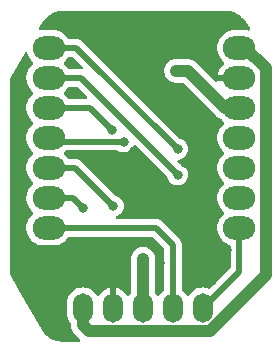
<source format=gbr>
%TF.GenerationSoftware,KiCad,Pcbnew,7.0.9*%
%TF.CreationDate,2024-03-01T15:48:55+09:00*%
%TF.ProjectId,LineIntegratedBoard2,4c696e65-496e-4746-9567-726174656442,rev?*%
%TF.SameCoordinates,Original*%
%TF.FileFunction,Copper,L1,Top*%
%TF.FilePolarity,Positive*%
%FSLAX46Y46*%
G04 Gerber Fmt 4.6, Leading zero omitted, Abs format (unit mm)*
G04 Created by KiCad (PCBNEW 7.0.9) date 2024-03-01 15:48:55*
%MOMM*%
%LPD*%
G01*
G04 APERTURE LIST*
%TA.AperFunction,SMDPad,CuDef*%
%ADD10O,1.700000X2.500000*%
%TD*%
%TA.AperFunction,SMDPad,CuDef*%
%ADD11O,2.748280X1.998980*%
%TD*%
%TA.AperFunction,ViaPad*%
%ADD12C,0.800000*%
%TD*%
%TA.AperFunction,Conductor*%
%ADD13C,1.000000*%
%TD*%
%TA.AperFunction,Conductor*%
%ADD14C,0.500000*%
%TD*%
G04 APERTURE END LIST*
D10*
%TO.P,J4,1,Pin_1*%
%TO.N,+5V*%
X147300000Y-112776000D03*
%TO.P,J4,2,Pin_2*%
%TO.N,GND*%
X149840000Y-112776000D03*
%TO.P,J4,3,Pin_3*%
%TO.N,LED*%
X152380000Y-112776000D03*
%TO.P,J4,4,Pin_4*%
%TO.N,LINE_TX*%
X154920000Y-112776000D03*
%TO.P,J4,5,Pin_5*%
%TO.N,LINE_RX*%
X157460000Y-112776000D03*
%TD*%
D11*
%TO.P,U1,1,PA02_A0_D0*%
%TO.N,D1*%
X144391317Y-90729367D03*
%TO.P,U1,2,PA4_A1_D1*%
%TO.N,D2*%
X144391317Y-93269367D03*
%TO.P,U1,3,PA10_A2_D2*%
%TO.N,D3*%
X144391317Y-95809367D03*
%TO.P,U1,4,PA11_A3_D3*%
%TO.N,D4*%
X144391317Y-98349367D03*
%TO.P,U1,5,PA8_A4_D4_SDA*%
%TO.N,D5*%
X144391317Y-100889367D03*
%TO.P,U1,6,PA9_A5_D5_SCL*%
%TO.N,D6*%
X144391317Y-103429367D03*
%TO.P,U1,7,PB08_A6_D6_TX*%
%TO.N,LINE_TX*%
X144391317Y-105969367D03*
%TO.P,U1,8,PB09_A7_D7_RX*%
%TO.N,LINE_RX*%
X160555877Y-105969367D03*
%TO.P,U1,9,PA7_A8_D8_SCK*%
%TO.N,unconnected-(U1-PA7_A8_D8_SCK-Pad9)*%
X160555877Y-103429367D03*
%TO.P,U1,10,PA5_A9_D9_MISO*%
%TO.N,unconnected-(U1-PA5_A9_D9_MISO-Pad10)*%
X160555877Y-100889367D03*
%TO.P,U1,11,PA6_A10_D10_MOSI*%
%TO.N,unconnected-(U1-PA6_A10_D10_MOSI-Pad11)*%
X160555877Y-98349367D03*
%TO.P,U1,12,3V3*%
%TO.N,+3V3*%
X160555877Y-95809367D03*
%TO.P,U1,13,GND*%
%TO.N,GND*%
X160555877Y-93269367D03*
%TO.P,U1,14,5V*%
%TO.N,+5V*%
X160555877Y-90729367D03*
%TD*%
D12*
%TO.N,+3V3*%
X155194000Y-92710000D03*
X156210000Y-92710000D03*
%TO.N,GND*%
X145669000Y-111125000D03*
X156210000Y-108077000D03*
X157988000Y-103759000D03*
X159512000Y-107823000D03*
X150749000Y-109093000D03*
X147574000Y-108712000D03*
X146177000Y-94488000D03*
X150495000Y-102870000D03*
X145161000Y-114681000D03*
X141986000Y-92964000D03*
X141986000Y-104902000D03*
X151765000Y-91948000D03*
X146177000Y-91948000D03*
X159766000Y-88646000D03*
X152654000Y-94615000D03*
X154305000Y-96647000D03*
X147828000Y-100203000D03*
X152400000Y-89535000D03*
X151638000Y-99441000D03*
X155956000Y-100457000D03*
X153797000Y-108966000D03*
X158242000Y-110490000D03*
X154432000Y-102616000D03*
X154432000Y-104775000D03*
X158242000Y-92456000D03*
X145161000Y-88646000D03*
%TO.N,LED*%
X152400000Y-109601000D03*
X152400000Y-108585000D03*
%TO.N,D1*%
X155321000Y-99314000D03*
%TO.N,D2*%
X155321000Y-101473000D03*
%TO.N,D3*%
X149733000Y-97663000D03*
%TO.N,D4*%
X150749000Y-98679000D03*
%TO.N,D5*%
X149860000Y-104140000D03*
%TO.N,D6*%
X147320000Y-104267000D03*
%TD*%
D13*
%TO.N,+3V3*%
X155194000Y-92710000D02*
X156210000Y-92710000D01*
X156210000Y-92710000D02*
X159309367Y-95809367D01*
X159309367Y-95809367D02*
X160555877Y-95809367D01*
%TO.N,LED*%
X152400000Y-112756000D02*
X152380000Y-112776000D01*
X152400000Y-109601000D02*
X152400000Y-110617000D01*
X152400000Y-108585000D02*
X152400000Y-109601000D01*
X152400000Y-110617000D02*
X152400000Y-112756000D01*
D14*
%TO.N,D1*%
X144391317Y-90729367D02*
X146736367Y-90729367D01*
X146736367Y-90729367D02*
X155321000Y-99314000D01*
%TO.N,D2*%
X147117367Y-93269367D02*
X155321000Y-101473000D01*
X144391317Y-93269367D02*
X147117367Y-93269367D01*
%TO.N,D3*%
X147879367Y-95809367D02*
X149733000Y-97663000D01*
X144391317Y-95809367D02*
X147879367Y-95809367D01*
%TO.N,D4*%
X144720950Y-98679000D02*
X150749000Y-98679000D01*
X144391317Y-98349367D02*
X144720950Y-98679000D01*
%TO.N,D5*%
X144391317Y-100889367D02*
X146609367Y-100889367D01*
X146609367Y-100889367D02*
X149860000Y-104140000D01*
%TO.N,D6*%
X146482367Y-103429367D02*
X147320000Y-104267000D01*
X144391317Y-103429367D02*
X146482367Y-103429367D01*
D13*
%TO.N,+5V*%
X147800000Y-114726000D02*
X158102031Y-114726000D01*
X147300000Y-112776000D02*
X147300000Y-114226000D01*
X162814000Y-92489972D02*
X161053395Y-90729367D01*
X162814000Y-110014031D02*
X162814000Y-92489972D01*
X147300000Y-114226000D02*
X147800000Y-114726000D01*
X158102031Y-114726000D02*
X162814000Y-110014031D01*
X161053395Y-90729367D02*
X160555877Y-90729367D01*
D14*
%TO.N,LINE_TX*%
X144391317Y-105969367D02*
X153467367Y-105969367D01*
X153467367Y-105969367D02*
X154920000Y-107422000D01*
X154920000Y-107422000D02*
X154920000Y-112776000D01*
%TO.N,LINE_RX*%
X160555877Y-105969367D02*
X160555877Y-109700123D01*
X157480000Y-112776000D02*
X157460000Y-112776000D01*
X160555877Y-109700123D02*
X157480000Y-112776000D01*
%TD*%
%TA.AperFunction,Conductor*%
%TO.N,GND*%
G36*
X142547141Y-91129551D02*
G01*
X142587669Y-91186466D01*
X142587770Y-91186759D01*
X142638306Y-91333967D01*
X142638308Y-91333972D01*
X142756621Y-91552595D01*
X142756625Y-91552600D01*
X142909300Y-91748757D01*
X142909309Y-91748767D01*
X143082430Y-91908138D01*
X143118421Y-91968025D01*
X143116320Y-92037863D01*
X143082430Y-92090596D01*
X142909309Y-92249966D01*
X142909300Y-92249976D01*
X142756625Y-92446133D01*
X142756621Y-92446138D01*
X142638308Y-92664761D01*
X142638306Y-92664766D01*
X142557593Y-92899875D01*
X142547214Y-92962075D01*
X142516677Y-93145074D01*
X142516677Y-93393660D01*
X142529925Y-93473050D01*
X142557593Y-93638858D01*
X142638306Y-93873967D01*
X142638308Y-93873972D01*
X142756621Y-94092595D01*
X142756625Y-94092600D01*
X142909300Y-94288757D01*
X142909309Y-94288767D01*
X143082430Y-94448138D01*
X143118421Y-94508025D01*
X143116320Y-94577863D01*
X143082430Y-94630596D01*
X142909309Y-94789966D01*
X142909300Y-94789976D01*
X142756625Y-94986133D01*
X142756621Y-94986138D01*
X142638308Y-95204761D01*
X142638306Y-95204766D01*
X142557593Y-95439875D01*
X142516677Y-95685075D01*
X142516677Y-95933658D01*
X142557593Y-96178858D01*
X142638306Y-96413967D01*
X142638308Y-96413972D01*
X142756621Y-96632595D01*
X142756625Y-96632600D01*
X142909300Y-96828757D01*
X142909304Y-96828761D01*
X142909304Y-96828762D01*
X142909309Y-96828767D01*
X143082430Y-96988138D01*
X143118421Y-97048025D01*
X143116320Y-97117863D01*
X143082430Y-97170596D01*
X142909309Y-97329966D01*
X142909300Y-97329976D01*
X142756625Y-97526133D01*
X142756621Y-97526138D01*
X142638308Y-97744761D01*
X142638306Y-97744766D01*
X142557593Y-97979875D01*
X142516677Y-98225075D01*
X142516677Y-98473658D01*
X142557593Y-98718858D01*
X142638306Y-98953967D01*
X142638308Y-98953972D01*
X142756621Y-99172595D01*
X142756625Y-99172600D01*
X142909300Y-99368757D01*
X142909309Y-99368767D01*
X143082430Y-99528138D01*
X143118421Y-99588025D01*
X143116320Y-99657863D01*
X143082430Y-99710596D01*
X142909309Y-99869966D01*
X142909300Y-99869976D01*
X142756625Y-100066133D01*
X142756621Y-100066138D01*
X142638308Y-100284761D01*
X142638306Y-100284766D01*
X142557593Y-100519875D01*
X142516677Y-100765075D01*
X142516677Y-101013658D01*
X142557593Y-101258858D01*
X142638306Y-101493967D01*
X142638308Y-101493972D01*
X142756621Y-101712595D01*
X142756625Y-101712600D01*
X142909300Y-101908757D01*
X142909309Y-101908767D01*
X143082430Y-102068138D01*
X143118421Y-102128025D01*
X143116320Y-102197863D01*
X143082430Y-102250596D01*
X142909309Y-102409966D01*
X142909300Y-102409976D01*
X142756625Y-102606133D01*
X142756621Y-102606138D01*
X142638308Y-102824761D01*
X142638306Y-102824766D01*
X142557593Y-103059875D01*
X142528971Y-103231402D01*
X142516677Y-103305074D01*
X142516677Y-103553660D01*
X142518872Y-103566811D01*
X142557593Y-103798858D01*
X142638306Y-104033967D01*
X142638308Y-104033972D01*
X142756621Y-104252595D01*
X142756625Y-104252600D01*
X142909300Y-104448757D01*
X142909309Y-104448767D01*
X143082430Y-104608138D01*
X143118421Y-104668025D01*
X143116320Y-104737863D01*
X143082430Y-104790596D01*
X142909309Y-104949966D01*
X142909300Y-104949976D01*
X142756625Y-105146133D01*
X142756621Y-105146138D01*
X142638308Y-105364761D01*
X142638306Y-105364766D01*
X142557593Y-105599875D01*
X142516677Y-105845075D01*
X142516677Y-106093658D01*
X142557593Y-106338858D01*
X142638306Y-106573967D01*
X142638308Y-106573972D01*
X142756621Y-106792595D01*
X142756625Y-106792600D01*
X142909300Y-106988757D01*
X142909309Y-106988767D01*
X143092195Y-107157126D01*
X143092194Y-107157126D01*
X143263742Y-107269203D01*
X143300304Y-107293090D01*
X143527952Y-107392946D01*
X143768931Y-107453970D01*
X143954624Y-107469357D01*
X143954626Y-107469357D01*
X144828008Y-107469357D01*
X144828010Y-107469357D01*
X145013703Y-107453970D01*
X145254682Y-107392946D01*
X145482330Y-107293090D01*
X145690438Y-107157127D01*
X145873328Y-106988764D01*
X146026012Y-106792596D01*
X146026015Y-106792589D01*
X146026018Y-106792586D01*
X146030204Y-106784851D01*
X146079422Y-106735259D01*
X146139259Y-106719867D01*
X153105137Y-106719867D01*
X153172176Y-106739552D01*
X153192818Y-106756186D01*
X154133181Y-107696548D01*
X154166666Y-107757871D01*
X154169500Y-107784229D01*
X154169500Y-111188298D01*
X154149815Y-111255337D01*
X154116625Y-111289872D01*
X154048595Y-111337507D01*
X153881505Y-111504597D01*
X153751575Y-111690158D01*
X153696998Y-111733783D01*
X153627500Y-111740977D01*
X153565145Y-111709454D01*
X153548425Y-111690158D01*
X153422925Y-111510925D01*
X153400598Y-111444719D01*
X153400500Y-111439802D01*
X153400500Y-108534256D01*
X153385074Y-108382560D01*
X153324162Y-108188420D01*
X153324160Y-108188416D01*
X153324159Y-108188412D01*
X153225409Y-108010498D01*
X153225408Y-108010497D01*
X153225407Y-108010495D01*
X153092867Y-107856106D01*
X153092865Y-107856104D01*
X152931962Y-107731554D01*
X152931959Y-107731553D01*
X152931958Y-107731552D01*
X152749271Y-107641940D01*
X152552285Y-107590937D01*
X152552287Y-107590937D01*
X152416804Y-107584066D01*
X152349064Y-107580631D01*
X152349063Y-107580631D01*
X152349061Y-107580631D01*
X152147936Y-107611442D01*
X152147924Y-107611445D01*
X151957118Y-107682111D01*
X151957111Y-107682115D01*
X151784432Y-107789745D01*
X151784427Y-107789749D01*
X151636949Y-107929938D01*
X151636948Y-107929940D01*
X151520705Y-108096949D01*
X151440459Y-108283943D01*
X151399500Y-108483258D01*
X151399500Y-111395241D01*
X151379815Y-111462280D01*
X151363181Y-111482922D01*
X151341508Y-111504594D01*
X151211269Y-111690595D01*
X151156692Y-111734219D01*
X151087193Y-111741412D01*
X151024839Y-111709890D01*
X151008119Y-111690594D01*
X150878113Y-111504926D01*
X150878108Y-111504920D01*
X150711082Y-111337894D01*
X150517578Y-111202399D01*
X150303492Y-111102570D01*
X150303486Y-111102567D01*
X150090000Y-111045364D01*
X150090000Y-112902000D01*
X150070315Y-112969039D01*
X150017511Y-113014794D01*
X149966000Y-113026000D01*
X149714000Y-113026000D01*
X149646961Y-113006315D01*
X149601206Y-112953511D01*
X149590000Y-112902000D01*
X149590000Y-111045364D01*
X149589999Y-111045364D01*
X149376513Y-111102567D01*
X149376507Y-111102570D01*
X149162422Y-111202399D01*
X149162420Y-111202400D01*
X148968926Y-111337886D01*
X148968920Y-111337891D01*
X148801891Y-111504920D01*
X148801890Y-111504922D01*
X148671880Y-111690595D01*
X148617303Y-111734219D01*
X148547804Y-111741412D01*
X148485450Y-111709890D01*
X148468730Y-111690594D01*
X148338494Y-111504597D01*
X148171402Y-111337506D01*
X148171395Y-111337501D01*
X147977834Y-111201967D01*
X147977830Y-111201965D01*
X147878829Y-111155800D01*
X147763663Y-111102097D01*
X147763659Y-111102096D01*
X147763655Y-111102094D01*
X147535413Y-111040938D01*
X147535403Y-111040936D01*
X147300001Y-111020341D01*
X147299999Y-111020341D01*
X147064596Y-111040936D01*
X147064586Y-111040938D01*
X146836344Y-111102094D01*
X146836335Y-111102098D01*
X146622171Y-111201964D01*
X146622169Y-111201965D01*
X146428597Y-111337505D01*
X146261505Y-111504597D01*
X146125965Y-111698169D01*
X146125964Y-111698171D01*
X146026098Y-111912335D01*
X146026094Y-111912344D01*
X145964938Y-112140586D01*
X145964936Y-112140596D01*
X145949500Y-112317034D01*
X145949500Y-113234966D01*
X145964936Y-113411403D01*
X145964938Y-113411413D01*
X146026094Y-113639655D01*
X146026096Y-113639659D01*
X146026097Y-113639663D01*
X146030000Y-113648032D01*
X146125964Y-113853828D01*
X146125965Y-113853830D01*
X146261504Y-114047400D01*
X146263173Y-114049069D01*
X146263675Y-114049989D01*
X146264986Y-114051551D01*
X146264672Y-114051814D01*
X146296664Y-114110389D01*
X146299500Y-114136758D01*
X146299500Y-114213283D01*
X146297243Y-114302362D01*
X146297243Y-114302370D01*
X146308064Y-114362739D01*
X146308718Y-114367404D01*
X146314925Y-114428430D01*
X146314927Y-114428444D01*
X146325208Y-114461213D01*
X146327079Y-114468837D01*
X146333142Y-114502652D01*
X146333142Y-114502655D01*
X146355894Y-114559612D01*
X146357474Y-114564051D01*
X146375841Y-114622588D01*
X146375844Y-114622595D01*
X146392509Y-114652619D01*
X146395879Y-114659714D01*
X146408622Y-114691614D01*
X146408627Y-114691624D01*
X146442377Y-114742833D01*
X146444818Y-114746863D01*
X146474588Y-114800498D01*
X146474589Y-114800499D01*
X146474591Y-114800502D01*
X146496968Y-114826567D01*
X146501693Y-114832835D01*
X146507665Y-114841896D01*
X146520598Y-114861519D01*
X146563978Y-114904899D01*
X146567169Y-114908343D01*
X146607131Y-114954892D01*
X146607134Y-114954895D01*
X146634294Y-114975918D01*
X146640190Y-114981111D01*
X147062897Y-115403819D01*
X147096382Y-115465142D01*
X147091398Y-115534834D01*
X147049526Y-115590767D01*
X146984062Y-115615184D01*
X146975216Y-115615500D01*
X145568283Y-115615500D01*
X145564229Y-115615367D01*
X145555356Y-115614785D01*
X145512277Y-115611960D01*
X145293592Y-115595596D01*
X145286115Y-115594576D01*
X145176553Y-115572781D01*
X145018163Y-115536626D01*
X145012026Y-115534889D01*
X144897744Y-115496093D01*
X144895022Y-115495097D01*
X144753331Y-115439484D01*
X144748559Y-115437376D01*
X144711026Y-115418866D01*
X144637627Y-115382668D01*
X144634061Y-115380762D01*
X144504044Y-115305694D01*
X144500598Y-115303551D01*
X144469709Y-115282911D01*
X144397742Y-115234822D01*
X144393545Y-115231754D01*
X144274519Y-115136831D01*
X144272295Y-115134971D01*
X144181582Y-115055415D01*
X144177022Y-115050981D01*
X144066518Y-114931884D01*
X143992898Y-114847934D01*
X143992829Y-114847855D01*
X143988213Y-114841896D01*
X143923422Y-114746863D01*
X143866637Y-114663573D01*
X143835453Y-114616901D01*
X143833332Y-114613489D01*
X141818043Y-111122906D01*
X141113613Y-109902797D01*
X141097000Y-109840797D01*
X141097000Y-93391201D01*
X141113613Y-93329201D01*
X141175572Y-93221886D01*
X142363102Y-91165021D01*
X142413669Y-91116806D01*
X142482276Y-91103583D01*
X142547141Y-91129551D01*
G37*
%TD.AperFunction*%
%TA.AperFunction,Conductor*%
G36*
X159424681Y-87616633D02*
G01*
X159443144Y-87617842D01*
X159475341Y-87619951D01*
X159695909Y-87636502D01*
X159703342Y-87637517D01*
X159809812Y-87658693D01*
X159971465Y-87695587D01*
X159977567Y-87697314D01*
X160089720Y-87735383D01*
X160092386Y-87736358D01*
X160236383Y-87792870D01*
X160241147Y-87794975D01*
X160350337Y-87848820D01*
X160353870Y-87850707D01*
X160485834Y-87926895D01*
X160489280Y-87929038D01*
X160507336Y-87941102D01*
X160590487Y-87996660D01*
X160594686Y-87999730D01*
X160715609Y-88096161D01*
X160717832Y-88098020D01*
X160806847Y-88176081D01*
X160811416Y-88180524D01*
X160924184Y-88302056D01*
X160985087Y-88371500D01*
X160995734Y-88383641D01*
X161000350Y-88389600D01*
X161126658Y-88574853D01*
X161152902Y-88614132D01*
X161155042Y-88617572D01*
X161284540Y-88841869D01*
X161428370Y-89090991D01*
X161444843Y-89158891D01*
X161421990Y-89224918D01*
X161367069Y-89268109D01*
X161297516Y-89274750D01*
X161290543Y-89273197D01*
X161178259Y-89244763D01*
X161029454Y-89232433D01*
X160992570Y-89229377D01*
X160119184Y-89229377D01*
X160085631Y-89232157D01*
X159933494Y-89244763D01*
X159692511Y-89305788D01*
X159464864Y-89405643D01*
X159256754Y-89541607D01*
X159073869Y-89709966D01*
X159073860Y-89709976D01*
X158921185Y-89906133D01*
X158921181Y-89906138D01*
X158802868Y-90124761D01*
X158802866Y-90124766D01*
X158722153Y-90359875D01*
X158681237Y-90605075D01*
X158681237Y-90853658D01*
X158722153Y-91098858D01*
X158802866Y-91333967D01*
X158802868Y-91333972D01*
X158921181Y-91552595D01*
X158921185Y-91552600D01*
X159073860Y-91748757D01*
X159073869Y-91748767D01*
X159247360Y-91908478D01*
X159283351Y-91968365D01*
X159281250Y-92038203D01*
X159247360Y-92090937D01*
X159074232Y-92250312D01*
X159074229Y-92250316D01*
X158921607Y-92446404D01*
X158921603Y-92446410D01*
X158803328Y-92664962D01*
X158803325Y-92664971D01*
X158722639Y-92899999D01*
X158702721Y-93019367D01*
X160681877Y-93019367D01*
X160748916Y-93039052D01*
X160794671Y-93091856D01*
X160805877Y-93143367D01*
X160805877Y-93395367D01*
X160786192Y-93462406D01*
X160733388Y-93508161D01*
X160681877Y-93519367D01*
X158702721Y-93519367D01*
X158666681Y-93561918D01*
X158608332Y-93600352D01*
X158538467Y-93601139D01*
X158484378Y-93569457D01*
X156926452Y-92011532D01*
X156865061Y-91946949D01*
X156865060Y-91946948D01*
X156865059Y-91946947D01*
X156837204Y-91927559D01*
X156814709Y-91911902D01*
X156810946Y-91909064D01*
X156763413Y-91870305D01*
X156763406Y-91870300D01*
X156732959Y-91854397D01*
X156726251Y-91850334D01*
X156698049Y-91830705D01*
X156698046Y-91830703D01*
X156698045Y-91830703D01*
X156698041Y-91830701D01*
X156641680Y-91806514D01*
X156637424Y-91804493D01*
X156583057Y-91776094D01*
X156583050Y-91776091D01*
X156583049Y-91776091D01*
X156577008Y-91774362D01*
X156550030Y-91766642D01*
X156542630Y-91764008D01*
X156511057Y-91750459D01*
X156511058Y-91750459D01*
X156450966Y-91738109D01*
X156446391Y-91736986D01*
X156387420Y-91720113D01*
X156387425Y-91720113D01*
X156353158Y-91717503D01*
X156345380Y-91716412D01*
X156311742Y-91709500D01*
X156311741Y-91709500D01*
X156250402Y-91709500D01*
X156245695Y-91709321D01*
X156240121Y-91708896D01*
X156184524Y-91704662D01*
X156164589Y-91707201D01*
X156150440Y-91709003D01*
X156142611Y-91709500D01*
X155143257Y-91709500D01*
X154991560Y-91724925D01*
X154797420Y-91785837D01*
X154797405Y-91785844D01*
X154619500Y-91884589D01*
X154619495Y-91884592D01*
X154465106Y-92017132D01*
X154465104Y-92017134D01*
X154340554Y-92178037D01*
X154340553Y-92178040D01*
X154250940Y-92360728D01*
X154199937Y-92557714D01*
X154189631Y-92760936D01*
X154220442Y-92962063D01*
X154220445Y-92962075D01*
X154291111Y-93152881D01*
X154291115Y-93152888D01*
X154398745Y-93325567D01*
X154398747Y-93325569D01*
X154398748Y-93325571D01*
X154538941Y-93473053D01*
X154666617Y-93561918D01*
X154705949Y-93589294D01*
X154705950Y-93589294D01*
X154705951Y-93589295D01*
X154892942Y-93669540D01*
X155092259Y-93710500D01*
X155744217Y-93710500D01*
X155811256Y-93730185D01*
X155831898Y-93746819D01*
X158592914Y-96507834D01*
X158654308Y-96572420D01*
X158654311Y-96572422D01*
X158654314Y-96572425D01*
X158688420Y-96596162D01*
X158704670Y-96607473D01*
X158708411Y-96610293D01*
X158755960Y-96649065D01*
X158786412Y-96664971D01*
X158793125Y-96669039D01*
X158821318Y-96688662D01*
X158877696Y-96712856D01*
X158881945Y-96714874D01*
X158936318Y-96743276D01*
X158956957Y-96749181D01*
X158969340Y-96752725D01*
X158976741Y-96755360D01*
X158987391Y-96759930D01*
X159007447Y-96768537D01*
X159056400Y-96806324D01*
X159073864Y-96828762D01*
X159073869Y-96828767D01*
X159246990Y-96988138D01*
X159282981Y-97048025D01*
X159280880Y-97117863D01*
X159246990Y-97170596D01*
X159073869Y-97329966D01*
X159073860Y-97329976D01*
X158921185Y-97526133D01*
X158921181Y-97526138D01*
X158802868Y-97744761D01*
X158802866Y-97744766D01*
X158722153Y-97979875D01*
X158681237Y-98225075D01*
X158681237Y-98473658D01*
X158722153Y-98718858D01*
X158802866Y-98953967D01*
X158802868Y-98953972D01*
X158921181Y-99172595D01*
X158921185Y-99172600D01*
X159073860Y-99368757D01*
X159073869Y-99368767D01*
X159246990Y-99528138D01*
X159282981Y-99588025D01*
X159280880Y-99657863D01*
X159246990Y-99710596D01*
X159073869Y-99869966D01*
X159073860Y-99869976D01*
X158921185Y-100066133D01*
X158921181Y-100066138D01*
X158802868Y-100284761D01*
X158802866Y-100284766D01*
X158722153Y-100519875D01*
X158681237Y-100765075D01*
X158681237Y-101013658D01*
X158722153Y-101258858D01*
X158802866Y-101493967D01*
X158802868Y-101493972D01*
X158921181Y-101712595D01*
X158921185Y-101712600D01*
X159073860Y-101908757D01*
X159073869Y-101908767D01*
X159246990Y-102068138D01*
X159282981Y-102128025D01*
X159280880Y-102197863D01*
X159246990Y-102250596D01*
X159073869Y-102409966D01*
X159073860Y-102409976D01*
X158921185Y-102606133D01*
X158921181Y-102606138D01*
X158802868Y-102824761D01*
X158802866Y-102824766D01*
X158722153Y-103059875D01*
X158693531Y-103231402D01*
X158681237Y-103305074D01*
X158681237Y-103553660D01*
X158683432Y-103566811D01*
X158722153Y-103798858D01*
X158802866Y-104033967D01*
X158802868Y-104033972D01*
X158921181Y-104252595D01*
X158921185Y-104252600D01*
X159073860Y-104448757D01*
X159073869Y-104448767D01*
X159246990Y-104608138D01*
X159282981Y-104668025D01*
X159280880Y-104737863D01*
X159246990Y-104790596D01*
X159073869Y-104949966D01*
X159073860Y-104949976D01*
X158921185Y-105146133D01*
X158921181Y-105146138D01*
X158802868Y-105364761D01*
X158802866Y-105364766D01*
X158722153Y-105599875D01*
X158681237Y-105845075D01*
X158681237Y-106093658D01*
X158722153Y-106338858D01*
X158802866Y-106573967D01*
X158802868Y-106573972D01*
X158921181Y-106792595D01*
X158921185Y-106792600D01*
X159073860Y-106988757D01*
X159073869Y-106988767D01*
X159256755Y-107157126D01*
X159256754Y-107157126D01*
X159464864Y-107293090D01*
X159692509Y-107392945D01*
X159692510Y-107392945D01*
X159692512Y-107392946D01*
X159711816Y-107397834D01*
X159771970Y-107433371D01*
X159803365Y-107495791D01*
X159805377Y-107518040D01*
X159805377Y-109337892D01*
X159785692Y-109404931D01*
X159769058Y-109425573D01*
X158100225Y-111094405D01*
X158038902Y-111127890D01*
X157969210Y-111122906D01*
X157960146Y-111119109D01*
X157923663Y-111102097D01*
X157923661Y-111102096D01*
X157923658Y-111102095D01*
X157695413Y-111040938D01*
X157695403Y-111040936D01*
X157460001Y-111020341D01*
X157459999Y-111020341D01*
X157224596Y-111040936D01*
X157224586Y-111040938D01*
X156996344Y-111102094D01*
X156996335Y-111102098D01*
X156782171Y-111201964D01*
X156782169Y-111201965D01*
X156588597Y-111337505D01*
X156421505Y-111504597D01*
X156291575Y-111690158D01*
X156236998Y-111733783D01*
X156167500Y-111740977D01*
X156105145Y-111709454D01*
X156088425Y-111690158D01*
X155958494Y-111504597D01*
X155791404Y-111337507D01*
X155723375Y-111289872D01*
X155679751Y-111235294D01*
X155670500Y-111188298D01*
X155670500Y-107485705D01*
X155671809Y-107467735D01*
X155675289Y-107443974D01*
X155670736Y-107391939D01*
X155670500Y-107386532D01*
X155670500Y-107378296D01*
X155670500Y-107378291D01*
X155666691Y-107345705D01*
X155659998Y-107269203D01*
X155659995Y-107269194D01*
X155658538Y-107262135D01*
X155658598Y-107262122D01*
X155656965Y-107254757D01*
X155656906Y-107254772D01*
X155655241Y-107247749D01*
X155655241Y-107247745D01*
X155628971Y-107175568D01*
X155604816Y-107102670D01*
X155601761Y-107096118D01*
X155601815Y-107096092D01*
X155598533Y-107089312D01*
X155598480Y-107089340D01*
X155595238Y-107082886D01*
X155595237Y-107082883D01*
X155553038Y-107018723D01*
X155512712Y-106953344D01*
X155512711Y-106953343D01*
X155512710Y-106953341D01*
X155508234Y-106947681D01*
X155508280Y-106947643D01*
X155503519Y-106941799D01*
X155503474Y-106941838D01*
X155498834Y-106936308D01*
X155442982Y-106883613D01*
X154043096Y-105483728D01*
X154031316Y-105470097D01*
X154023849Y-105460068D01*
X154016979Y-105450839D01*
X154016977Y-105450837D01*
X153976954Y-105417253D01*
X153972979Y-105413611D01*
X153970057Y-105410689D01*
X153967147Y-105407778D01*
X153941407Y-105387426D01*
X153882576Y-105338061D01*
X153876547Y-105334096D01*
X153876579Y-105334047D01*
X153870220Y-105329995D01*
X153870189Y-105330046D01*
X153864047Y-105326258D01*
X153864045Y-105326257D01*
X153864044Y-105326256D01*
X153824841Y-105307975D01*
X153794425Y-105293791D01*
X153760261Y-105276634D01*
X153725800Y-105259327D01*
X153725798Y-105259326D01*
X153725797Y-105259326D01*
X153719012Y-105256856D01*
X153719032Y-105256800D01*
X153711916Y-105254326D01*
X153711898Y-105254382D01*
X153705038Y-105252109D01*
X153677208Y-105246363D01*
X153629801Y-105236574D01*
X153580839Y-105224970D01*
X153555086Y-105218866D01*
X153547914Y-105218028D01*
X153547920Y-105217968D01*
X153540422Y-105217202D01*
X153540417Y-105217262D01*
X153533227Y-105216632D01*
X153456450Y-105218867D01*
X150234163Y-105218867D01*
X150167124Y-105199182D01*
X150121369Y-105146378D01*
X150111425Y-105077220D01*
X150140450Y-105013664D01*
X150183727Y-104981588D01*
X150254749Y-104949966D01*
X150312730Y-104924151D01*
X150465871Y-104812888D01*
X150592533Y-104672216D01*
X150687179Y-104508284D01*
X150745674Y-104328256D01*
X150765460Y-104140000D01*
X150745674Y-103951744D01*
X150687179Y-103771716D01*
X150592533Y-103607784D01*
X150465871Y-103467112D01*
X150465870Y-103467111D01*
X150312734Y-103355851D01*
X150312729Y-103355848D01*
X150139807Y-103278857D01*
X150139803Y-103278856D01*
X150074669Y-103265011D01*
X150013188Y-103231818D01*
X150012770Y-103231402D01*
X147185096Y-100403728D01*
X147173316Y-100390097D01*
X147165849Y-100380068D01*
X147158979Y-100370839D01*
X147158977Y-100370837D01*
X147118954Y-100337253D01*
X147114979Y-100333611D01*
X147112057Y-100330689D01*
X147109147Y-100327778D01*
X147083407Y-100307426D01*
X147024576Y-100258061D01*
X147018547Y-100254096D01*
X147018579Y-100254047D01*
X147012220Y-100249995D01*
X147012189Y-100250046D01*
X147006047Y-100246258D01*
X147006045Y-100246257D01*
X147006044Y-100246256D01*
X146966841Y-100227975D01*
X146936425Y-100213791D01*
X146902261Y-100196634D01*
X146867800Y-100179327D01*
X146867798Y-100179326D01*
X146867797Y-100179326D01*
X146861012Y-100176856D01*
X146861032Y-100176800D01*
X146853916Y-100174326D01*
X146853898Y-100174382D01*
X146847038Y-100172109D01*
X146819208Y-100166363D01*
X146771801Y-100156574D01*
X146722839Y-100144970D01*
X146697086Y-100138866D01*
X146689914Y-100138028D01*
X146689920Y-100137968D01*
X146682422Y-100137202D01*
X146682417Y-100137262D01*
X146675227Y-100136632D01*
X146598450Y-100138867D01*
X146139259Y-100138867D01*
X146072220Y-100119182D01*
X146030204Y-100073883D01*
X146026018Y-100066147D01*
X146026008Y-100066133D01*
X145873333Y-99869976D01*
X145873324Y-99869966D01*
X145700203Y-99710595D01*
X145664212Y-99650708D01*
X145666313Y-99580870D01*
X145700200Y-99528139D01*
X145771754Y-99462269D01*
X145834408Y-99431348D01*
X145855736Y-99429500D01*
X150209663Y-99429500D01*
X150276702Y-99449185D01*
X150282548Y-99453182D01*
X150296265Y-99463148D01*
X150296270Y-99463151D01*
X150469192Y-99540142D01*
X150469197Y-99540144D01*
X150654354Y-99579500D01*
X150654355Y-99579500D01*
X150843644Y-99579500D01*
X150843646Y-99579500D01*
X151028803Y-99540144D01*
X151201730Y-99463151D01*
X151354871Y-99351888D01*
X151481533Y-99211216D01*
X151576179Y-99047284D01*
X151576853Y-99045208D01*
X151577568Y-99044161D01*
X151578825Y-99041341D01*
X151579340Y-99041570D01*
X151616285Y-98987530D01*
X151680641Y-98960326D01*
X151749489Y-98972235D01*
X151782468Y-98995836D01*
X154408228Y-101621596D01*
X154438478Y-101670958D01*
X154493819Y-101841280D01*
X154493821Y-101841284D01*
X154588467Y-102005216D01*
X154677627Y-102104238D01*
X154715129Y-102145888D01*
X154868265Y-102257148D01*
X154868270Y-102257151D01*
X155041192Y-102334142D01*
X155041197Y-102334144D01*
X155226354Y-102373500D01*
X155226355Y-102373500D01*
X155415644Y-102373500D01*
X155415646Y-102373500D01*
X155600803Y-102334144D01*
X155773730Y-102257151D01*
X155926871Y-102145888D01*
X156053533Y-102005216D01*
X156148179Y-101841284D01*
X156206674Y-101661256D01*
X156226460Y-101473000D01*
X156206674Y-101284744D01*
X156148179Y-101104716D01*
X156053533Y-100940784D01*
X155926871Y-100800112D01*
X155878647Y-100765075D01*
X155773734Y-100688851D01*
X155773729Y-100688848D01*
X155600807Y-100611857D01*
X155600803Y-100611856D01*
X155535669Y-100598011D01*
X155474188Y-100564818D01*
X155473770Y-100564402D01*
X155335445Y-100426077D01*
X155301960Y-100364754D01*
X155306944Y-100295062D01*
X155348816Y-100239129D01*
X155410168Y-100215075D01*
X155415639Y-100214500D01*
X155415646Y-100214500D01*
X155600803Y-100175144D01*
X155773730Y-100098151D01*
X155926871Y-99986888D01*
X156053533Y-99846216D01*
X156148179Y-99682284D01*
X156206674Y-99502256D01*
X156226460Y-99314000D01*
X156206674Y-99125744D01*
X156148179Y-98945716D01*
X156053533Y-98781784D01*
X155926871Y-98641112D01*
X155926870Y-98641111D01*
X155773734Y-98529851D01*
X155773729Y-98529848D01*
X155600807Y-98452857D01*
X155600802Y-98452855D01*
X155535669Y-98439011D01*
X155474187Y-98405818D01*
X155473769Y-98405402D01*
X151393131Y-94324764D01*
X147312096Y-90243728D01*
X147300316Y-90230097D01*
X147292849Y-90220068D01*
X147285979Y-90210839D01*
X147285977Y-90210837D01*
X147245954Y-90177253D01*
X147241979Y-90173611D01*
X147238368Y-90170000D01*
X147236147Y-90167778D01*
X147210407Y-90147426D01*
X147151576Y-90098061D01*
X147145547Y-90094096D01*
X147145579Y-90094047D01*
X147139220Y-90089995D01*
X147139189Y-90090046D01*
X147133047Y-90086258D01*
X147133045Y-90086257D01*
X147133044Y-90086256D01*
X147093841Y-90067975D01*
X147063425Y-90053791D01*
X147029261Y-90036634D01*
X146994800Y-90019327D01*
X146994798Y-90019326D01*
X146994797Y-90019326D01*
X146988012Y-90016856D01*
X146988032Y-90016800D01*
X146980916Y-90014326D01*
X146980898Y-90014382D01*
X146974038Y-90012109D01*
X146946208Y-90006363D01*
X146898801Y-89996574D01*
X146849839Y-89984970D01*
X146824086Y-89978866D01*
X146816914Y-89978028D01*
X146816920Y-89977968D01*
X146809422Y-89977202D01*
X146809417Y-89977262D01*
X146802227Y-89976632D01*
X146725450Y-89978867D01*
X146139259Y-89978867D01*
X146072220Y-89959182D01*
X146030204Y-89913883D01*
X146026018Y-89906147D01*
X146026008Y-89906133D01*
X145873333Y-89709976D01*
X145873324Y-89709966D01*
X145690438Y-89541607D01*
X145690439Y-89541607D01*
X145482329Y-89405643D01*
X145254682Y-89305788D01*
X145013699Y-89244763D01*
X144864894Y-89232433D01*
X144828010Y-89229377D01*
X143954624Y-89229377D01*
X143926206Y-89231731D01*
X143768932Y-89244763D01*
X143705515Y-89260822D01*
X143635694Y-89258196D01*
X143578377Y-89218239D01*
X143551762Y-89153638D01*
X143564297Y-89084902D01*
X143567681Y-89078630D01*
X143833637Y-88617981D01*
X143835754Y-88614576D01*
X143863832Y-88572555D01*
X143871557Y-88561226D01*
X143988611Y-88389583D01*
X143993203Y-88383657D01*
X144064632Y-88302205D01*
X144064772Y-88302056D01*
X144177586Y-88180467D01*
X144182089Y-88176087D01*
X144271062Y-88098057D01*
X144273170Y-88096294D01*
X144394315Y-87999681D01*
X144398495Y-87996627D01*
X144499606Y-87929064D01*
X144502993Y-87926958D01*
X144635158Y-87850650D01*
X144638655Y-87848781D01*
X144747727Y-87794990D01*
X144752471Y-87792894D01*
X144896675Y-87736295D01*
X144899307Y-87735333D01*
X145011317Y-87697309D01*
X145017395Y-87695588D01*
X145169081Y-87660964D01*
X145179295Y-87658633D01*
X145189262Y-87656649D01*
X145285522Y-87637500D01*
X145292945Y-87636488D01*
X145517232Y-87619674D01*
X145563618Y-87616632D01*
X145567671Y-87616500D01*
X159420627Y-87616500D01*
X159424681Y-87616633D01*
G37*
%TD.AperFunction*%
%TA.AperFunction,Conductor*%
G36*
X146822176Y-94039552D02*
G01*
X146842818Y-94056186D01*
X147633818Y-94847186D01*
X147667303Y-94908509D01*
X147662319Y-94978201D01*
X147620447Y-95034134D01*
X147554983Y-95058551D01*
X147546137Y-95058867D01*
X146139259Y-95058867D01*
X146072220Y-95039182D01*
X146030204Y-94993883D01*
X146026018Y-94986147D01*
X146026008Y-94986133D01*
X145873333Y-94789976D01*
X145873330Y-94789972D01*
X145873328Y-94789970D01*
X145700202Y-94630595D01*
X145664212Y-94570709D01*
X145666313Y-94500871D01*
X145700201Y-94448138D01*
X145873328Y-94288764D01*
X146026012Y-94092596D01*
X146026015Y-94092589D01*
X146026018Y-94092586D01*
X146030204Y-94084851D01*
X146079422Y-94035259D01*
X146139259Y-94019867D01*
X146755137Y-94019867D01*
X146822176Y-94039552D01*
G37*
%TD.AperFunction*%
%TA.AperFunction,Conductor*%
G36*
X146441176Y-91499552D02*
G01*
X146461818Y-91516186D01*
X147251107Y-92305475D01*
X147284592Y-92366798D01*
X147279608Y-92436490D01*
X147237736Y-92492423D01*
X147172272Y-92516840D01*
X147167034Y-92517104D01*
X147106450Y-92518867D01*
X146139259Y-92518867D01*
X146072220Y-92499182D01*
X146030204Y-92453883D01*
X146026018Y-92446147D01*
X146026008Y-92446133D01*
X145873333Y-92249976D01*
X145873330Y-92249972D01*
X145873328Y-92249970D01*
X145700202Y-92090595D01*
X145664212Y-92030709D01*
X145666313Y-91960871D01*
X145700201Y-91908138D01*
X145873328Y-91748764D01*
X146026012Y-91552596D01*
X146026015Y-91552589D01*
X146026018Y-91552586D01*
X146030204Y-91544851D01*
X146079422Y-91495259D01*
X146139259Y-91479867D01*
X146374137Y-91479867D01*
X146441176Y-91499552D01*
G37*
%TD.AperFunction*%
%TD*%
M02*

</source>
